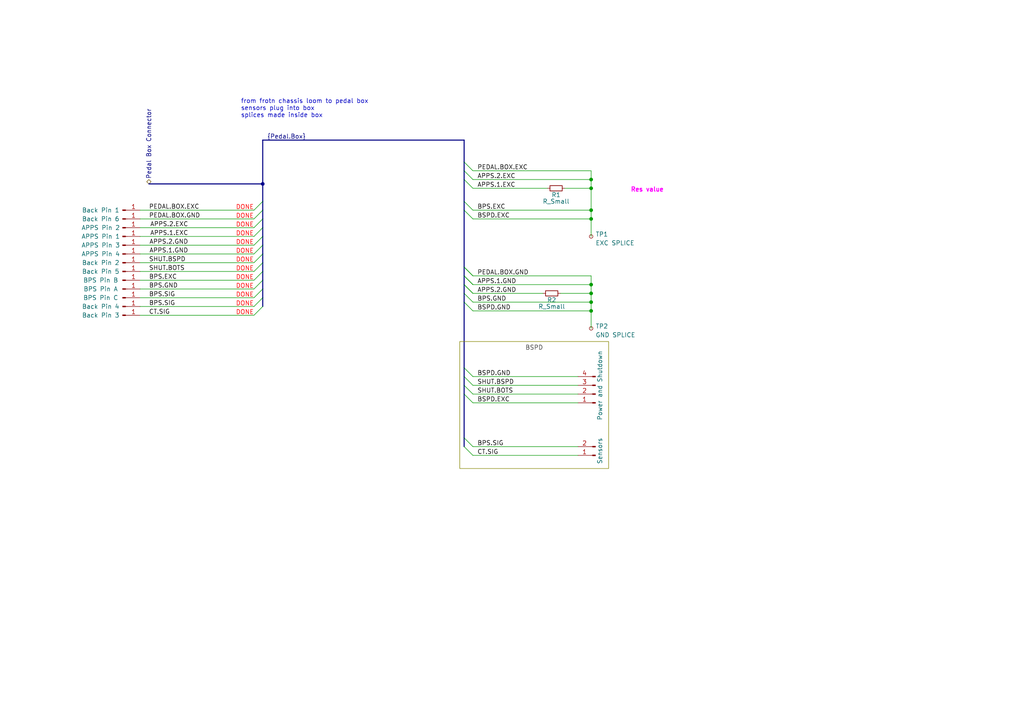
<source format=kicad_sch>
(kicad_sch (version 20230121) (generator eeschema)
  (paper "A4")
  (lib_symbols
    (symbol "Connector:Conn_01x01_Pin" (pin_names (offset 1.016) hide)
      (property "Reference" "J" (at 0 2.54 0))
      (property "Value" "Conn_01x01_Pin" (at 0 -2.54 0))
      (symbol "Conn_01x01_Pin_1_1"
        (polyline (pts (xy 1.27 0) (xy 0.8636 0)) (stroke (width 0.1524)))
        (rectangle (start 0.8636 0.127) (end 0 -0.127) (stroke (width 0.1524)) (fill (type outline)))
        (pin passive line (at 5.08 0 180) (length 3.81) (name "Pin_1") (number "1"))
      )
    )
    (symbol "Connector:Conn_01x02_Pin" (pin_names (offset 1.016) hide)
      (property "Reference" "J" (at 0 2.54 0))
      (property "Value" "Conn_01x02_Pin" (at 0 -5.08 0))
      (symbol "Conn_01x02_Pin_1_1"
        (polyline (pts (xy 1.27 -2.54) (xy 0.8636 -2.54)) (stroke (width 0.1524)))
        (polyline (pts (xy 1.27 0) (xy 0.8636 0)) (stroke (width 0.1524)))
        (rectangle (start 0.8636 -2.413) (end 0 -2.667) (stroke (width 0.1524)) (fill (type outline)))
        (rectangle (start 0.8636 0.127) (end 0 -0.127) (stroke (width 0.1524)) (fill (type outline)))
        (pin passive line (at 5.08 0 180) (length 3.81) (name "Pin_1") (number "1"))
        (pin passive line (at 5.08 -2.54 180) (length 3.81) (name "Pin_2") (number "2"))
      )
    )
    (symbol "Connector:Conn_01x04_Pin" (pin_names (offset 1.016) hide)
      (property "Reference" "J" (at 0 5.08 0))
      (property "Value" "Conn_01x04_Pin" (at 0 -7.62 0))
      (symbol "Conn_01x04_Pin_1_1"
        (polyline (pts (xy 1.27 -5.08) (xy 0.8636 -5.08)) (stroke (width 0.1524)))
        (polyline (pts (xy 1.27 -2.54) (xy 0.8636 -2.54)) (stroke (width 0.1524)))
        (polyline (pts (xy 1.27 0) (xy 0.8636 0)) (stroke (width 0.1524)))
        (polyline (pts (xy 1.27 2.54) (xy 0.8636 2.54)) (stroke (width 0.1524)))
        (rectangle (start 0.8636 -4.953) (end 0 -5.207) (stroke (width 0.1524)) (fill (type outline)))
        (rectangle (start 0.8636 -2.413) (end 0 -2.667) (stroke (width 0.1524)) (fill (type outline)))
        (rectangle (start 0.8636 0.127) (end 0 -0.127) (stroke (width 0.1524)) (fill (type outline)))
        (rectangle (start 0.8636 2.667) (end 0 2.413) (stroke (width 0.1524)) (fill (type outline)))
        (pin passive line (at 5.08 2.54 180) (length 3.81) (name "Pin_1") (number "1"))
        (pin passive line (at 5.08 0 180) (length 3.81) (name "Pin_2") (number "2"))
        (pin passive line (at 5.08 -2.54 180) (length 3.81) (name "Pin_3") (number "3"))
        (pin passive line (at 5.08 -5.08 180) (length 3.81) (name "Pin_4") (number "4"))
      )
    )
    (symbol "Connector:TestPoint_Small" (pin_numbers hide) (pin_names (offset 0.762) hide)
      (property "Reference" "TP" (at 0 3.81 0))
      (property "Value" "TestPoint_Small" (at 0 2.032 0))
      (symbol "TestPoint_Small_0_1"
        (circle (center 0 0) (radius 0.508))
      )
      (symbol "TestPoint_Small_1_1"
        (pin passive line (at 0 0 90) (length 0) (name "1") (number "1"))
      )
    )
    (symbol "Device:R_Small" (pin_numbers hide) (pin_names (offset 0.254) hide)
      (property "Reference" "R" (at 0.762 0.508 0))
      (property "Value" "R_Small" (at 0.762 -1.016 0))
      (symbol "R_Small_0_1"
        (rectangle (start -0.762 1.778) (end 0.762 -1.778) (stroke (width 0.2032)))
      )
      (symbol "R_Small_1_1"
        (pin passive line (at 0 2.54 270) (length 0.762) (name "~") (number "1"))
        (pin passive line (at 0 -2.54 90) (length 0.762) (name "~") (number "2"))
      )
    )
  )
  (junction (at 76.2 53.34))
  (junction (at 171.45 87.63))
  (junction (at 171.45 54.61))
  (junction (at 171.45 90.17))
  (junction (at 171.45 82.55))
  (junction (at 171.45 85.09))
  (junction (at 171.45 60.96))
  (junction (at 171.45 52.07))
  (junction (at 171.45 63.5))
  (bus_entry (at 134.62 49.53) (size 2.54 2.54))
  (bus_entry (at 134.62 46.99) (size 2.54 2.54))
  (bus_entry (at 73.66 66.04) (size 2.54 -2.54))
  (bus_entry (at 134.62 82.55) (size 2.54 2.54))
  (bus_entry (at 73.66 68.58) (size 2.54 -2.54))
  (bus_entry (at 76.2 83.82) (size -2.54 2.54))
  (bus_entry (at 73.66 71.12) (size 2.54 -2.54))
  (bus_entry (at 76.2 60.96) (size -2.54 2.54))
  (bus_entry (at 76.2 81.28) (size -2.54 2.54))
  (bus_entry (at 76.2 73.66) (size -2.54 2.54))
  (bus_entry (at 134.62 87.63) (size 2.54 2.54))
  (bus_entry (at 76.2 88.9) (size -2.54 2.54))
  (bus_entry (at 73.66 73.66) (size 2.54 -2.54))
  (bus_entry (at 134.62 80.01) (size 2.54 2.54))
  (bus_entry (at 134.62 106.68) (size 2.54 2.54))
  (bus_entry (at 134.62 111.76) (size 2.54 2.54))
  (bus_entry (at 134.62 82.55) (size 2.54 2.54))
  (bus_entry (at 76.2 78.74) (size -2.54 2.54))
  (bus_entry (at 76.2 58.42) (size -2.54 2.54))
  (bus_entry (at 134.62 77.47) (size 2.54 2.54))
  (bus_entry (at 134.62 60.96) (size 2.54 2.54))
  (bus_entry (at 134.62 80.01) (size 2.54 2.54))
  (bus_entry (at 134.62 114.3) (size 2.54 2.54))
  (bus_entry (at 76.2 86.36) (size -2.54 2.54))
  (bus_entry (at 134.62 52.07) (size 2.54 2.54))
  (bus_entry (at 134.62 85.09) (size 2.54 2.54))
  (bus_entry (at 134.62 58.42) (size 2.54 2.54))
  (bus_entry (at 134.62 77.47) (size 2.54 2.54))
  (bus_entry (at 76.2 76.2) (size -2.54 2.54))
  (bus_entry (at 134.62 109.22) (size 2.54 2.54))
  (bus_entry (at 134.62 127) (size 2.54 2.54))
  (bus_entry (at 134.62 129.54) (size 2.54 2.54))
  (bus (pts (xy 134.62 40.64) (xy 134.62 46.99)))
  (bus (pts (xy 134.62 114.3) (xy 134.62 111.76)))
  (bus (pts (xy 76.2 40.64) (xy 76.2 53.34)))
  (wire (pts (xy 40.64 86.36) (xy 73.66 86.36)))
  (wire (pts (xy 40.64 76.2) (xy 73.66 76.2)))
  (wire (pts (xy 171.45 87.63) (xy 171.45 90.17)))
  (bus (pts (xy 134.62 58.42) (xy 134.62 60.96)))
  (wire (pts (xy 171.45 49.53) (xy 171.45 52.07)))
  (bus (pts (xy 76.2 83.82) (xy 76.2 86.36)))
  (bus (pts (xy 134.62 106.68) (xy 134.62 109.22)))
  (bus (pts (xy 76.2 66.04) (xy 76.2 68.58)))
  (bus (pts (xy 76.2 53.34) (xy 76.2 58.42)))
  (wire (pts (xy 171.45 85.09) (xy 171.45 87.63)))
  (wire (pts (xy 40.64 71.12) (xy 73.66 71.12)))
  (bus (pts (xy 76.2 73.66) (xy 76.2 76.2)))
  (wire (pts (xy 171.45 52.07) (xy 171.45 54.61)))
  (wire (pts (xy 137.16 132.08) (xy 167.64 132.08)))
  (bus (pts (xy 134.62 127) (xy 134.62 129.54)))
  (bus (pts (xy 134.62 85.09) (xy 134.62 87.63)))
  (bus (pts (xy 134.62 77.47) (xy 134.62 80.01)))
  (wire (pts (xy 171.45 60.96) (xy 171.45 63.5)))
  (wire (pts (xy 137.16 85.09) (xy 157.48 85.09)))
  (bus (pts (xy 76.2 58.42) (xy 76.2 60.96)))
  (bus (pts (xy 76.2 63.5) (xy 76.2 66.04)))
  (wire (pts (xy 137.16 80.01) (xy 171.45 80.01)))
  (wire (pts (xy 40.64 81.28) (xy 73.66 81.28)))
  (wire (pts (xy 171.45 54.61) (xy 171.45 60.96)))
  (wire (pts (xy 40.64 73.66) (xy 73.66 73.66)))
  (bus (pts (xy 76.2 68.58) (xy 76.2 71.12)))
  (bus (pts (xy 76.2 86.36) (xy 76.2 88.9)))
  (bus (pts (xy 134.62 49.53) (xy 134.62 52.07)))
  (wire (pts (xy 40.64 88.9) (xy 73.66 88.9)))
  (wire (pts (xy 171.45 90.17) (xy 171.45 95.25)))
  (wire (pts (xy 137.16 109.22) (xy 167.64 109.22)))
  (wire (pts (xy 162.56 85.09) (xy 171.45 85.09)))
  (bus (pts (xy 43.18 53.34) (xy 76.2 53.34)))
  (wire (pts (xy 40.64 78.74) (xy 73.66 78.74)))
  (wire (pts (xy 163.83 54.61) (xy 171.45 54.61)))
  (bus (pts (xy 76.2 40.64) (xy 134.62 40.64)))
  (bus (pts (xy 134.62 87.63) (xy 134.62 106.68)))
  (wire (pts (xy 40.64 91.44) (xy 73.66 91.44)))
  (bus (pts (xy 134.62 82.55) (xy 134.62 85.09)))
  (wire (pts (xy 137.16 54.61) (xy 158.75 54.61)))
  (bus (pts (xy 134.62 109.22) (xy 134.62 111.76)))
  (wire (pts (xy 40.64 60.96) (xy 73.66 60.96)))
  (bus (pts (xy 76.2 81.28) (xy 76.2 83.82)))
  (wire (pts (xy 137.16 52.07) (xy 171.45 52.07)))
  (bus (pts (xy 76.2 71.12) (xy 76.2 73.66)))
  (wire (pts (xy 171.45 63.5) (xy 171.45 68.58)))
  (bus (pts (xy 76.2 78.74) (xy 76.2 81.28)))
  (wire (pts (xy 137.16 129.54) (xy 167.64 129.54)))
  (wire (pts (xy 40.64 63.5) (xy 73.66 63.5)))
  (bus (pts (xy 134.62 114.3) (xy 134.62 127)))
  (bus (pts (xy 76.2 60.96) (xy 76.2 63.5)))
  (wire (pts (xy 137.16 111.76) (xy 167.64 111.76)))
  (wire (pts (xy 40.64 83.82) (xy 73.66 83.82)))
  (wire (pts (xy 137.16 114.3) (xy 167.64 114.3)))
  (wire (pts (xy 137.16 60.96) (xy 171.45 60.96)))
  (wire (pts (xy 137.16 90.17) (xy 171.45 90.17)))
  (wire (pts (xy 40.64 66.04) (xy 73.66 66.04)))
  (wire (pts (xy 40.64 68.58) (xy 73.66 68.58)))
  (bus (pts (xy 134.62 60.96) (xy 134.62 77.47)))
  (bus (pts (xy 134.62 46.99) (xy 134.62 49.53)))
  (bus (pts (xy 76.2 76.2) (xy 76.2 78.74)))
  (wire (pts (xy 171.45 82.55) (xy 171.45 85.09)))
  (wire (pts (xy 137.16 87.63) (xy 171.45 87.63)))
  (wire (pts (xy 137.16 63.5) (xy 171.45 63.5)))
  (wire (pts (xy 137.16 116.84) (xy 167.64 116.84)))
  (wire (pts (xy 137.16 82.55) (xy 171.45 82.55)))
  (bus (pts (xy 134.62 80.01) (xy 134.62 82.55)))
  (bus (pts (xy 134.62 52.07) (xy 134.62 58.42)))
  (wire (pts (xy 137.16 49.53) (xy 171.45 49.53)))
  (wire (pts (xy 171.45 80.01) (xy 171.45 82.55)))
  (text_box "BSPD" (at 133.35 99.06 0) (size 43.18 36.83) (stroke (width 0) (color 132 132 0 1)) (effects (font (size 1.27 1.27)) (justify top)))
  (text "DONE" (at 73.66 63.5 0) (effects (font (size 1.27 1.27)) (justify right bottom)))
  (text "DONE" (at 73.66 66.04 0) (effects (font (size 1.27 1.27)) (justify right bottom)))
  (text "Res value" (at 182.88 55.88 0) (effects (font (size 1.27 1.27) (thickness 0.254) bold) (justify left bottom)))
  (text "DONE" (at 73.66 60.96 0) (effects (font (size 1.27 1.27)) (justify right bottom)))
  (text "DONE" (at 73.66 86.36 0) (effects (font (size 1.27 1.27)) (justify right bottom)))
  (text "DONE" (at 73.66 78.74 0) (effects (font (size 1.27 1.27)) (justify right bottom)))
  (text "DONE" (at 73.66 76.2 0) (effects (font (size 1.27 1.27)) (justify right bottom)))
  (text "DONE" (at 73.66 71.12 0) (effects (font (size 1.27 1.27)) (justify right bottom)))
  (text "from frotn chassis loom to pedal box\nsensors plug into box\nsplices made inside box\n" (at 69.85 34.29 0) (effects (font (size 1.27 1.27)) (justify left bottom)))
  (text "DONE" (at 73.66 81.28 0) (effects (font (size 1.27 1.27)) (justify right bottom)))
  (text "DONE" (at 73.66 73.66 0) (effects (font (size 1.27 1.27)) (justify right bottom)))
  (text "DONE" (at 73.66 88.9 0) (effects (font (size 1.27 1.27)) (justify right bottom)))
  (text "DONE" (at 73.66 83.82 0) (effects (font (size 1.27 1.27)) (justify right bottom)))
  (text "DONE" (at 73.66 68.58 0) (effects (font (size 1.27 1.27)) (justify right bottom)))
  (text "DONE" (at 73.66 91.44 0) (effects (font (size 1.27 1.27)) (justify right bottom)))
  (label "PEDAL.BOX.EXC" (at 43.18 60.96 0))
  (label "BPS.EXC" (at 138.43 60.96 0))
  (label "SHUT.BOTS" (at 138.43 114.3 0))
  (label "BPS.GND" (at 43.18 83.82 0))
  (label "BSPD.GND" (at 138.43 90.17 0))
  (label "BSPD.EXC" (at 138.43 116.84 0))
  (label "PEDAL.BOX.GND" (at 43.18 63.5 0))
  (label "APPS.2.EXC" (at 138.43 52.07 0))
  (label "PEDAL.BOX.GND" (at 138.43 80.01 0))
  (label "SHUT.BSPD" (at 138.43 111.76 0))
  (label "APPS.2.GND" (at 138.43 85.09 0))
  (label "APPS.2.GND" (at 54.61 71.12 180))
  (label "APPS.1.GND" (at 54.61 73.66 180))
  (label "{Pedal.Box}" (at 77.47 40.64 0))
  (label "APPS.1.GND" (at 138.43 82.55 0))
  (label "CT.SIG" (at 43.18 91.44 0))
  (label "BPS.SIG" (at 43.18 86.36 0))
  (label "BPS.SIG" (at 138.43 129.54 0))
  (label "SHUT.BSPD" (at 43.18 76.2 0))
  (label "BPS.EXC" (at 43.18 81.28 0))
  (label "APPS.1.EXC" (at 54.61 68.58 180))
  (label "BPS.GND" (at 138.43 87.63 0))
  (label "APPS.1.EXC" (at 138.43 54.61 0))
  (label "BSPD.GND" (at 138.43 109.22 0))
  (label "PEDAL.BOX.EXC" (at 138.43 49.53 0))
  (label "SHUT.BOTS" (at 43.18 78.74 0))
  (label "CT.SIG" (at 138.43 132.08 0))
  (label "APPS.2.EXC" (at 54.61 66.04 180))
  (label "BSPD.EXC" (at 138.43 63.5 0))
  (label "BPS.SIG" (at 43.18 88.9 0))
  (hierarchical_label "Pedal Box Connector" (shape bidirectional) (at 43.18 53.34 90))
  (symbol (lib_id "Connector:Conn_01x01_Pin") (at 35.56 83.82 0) (unit 1)
    (property "Reference" "J90" (effects hide))
    (property "Value" "BPS Pin A" (at 29.21 83.82 0))
    (instances (project "Loom" (path "" (reference "J90") (unit 1)) (path "" (reference "J128") (unit 1))))
  )
  (symbol (lib_id "Connector:Conn_01x01_Pin") (at 35.56 66.04 0) (unit 1)
    (property "Reference" "J90" (effects hide))
    (property "Value" "APPS Pin 2" (at 29.21 66.04 0))
    (instances (project "Loom" (path "" (reference "J90") (unit 1)) (path "" (reference "J135") (unit 1))))
  )
  (symbol (lib_id "Connector:Conn_01x01_Pin") (at 35.56 88.9 0) (unit 1)
    (property "Reference" "J90" (effects hide))
    (property "Value" "Back Pin 4" (at 29.21 88.9 0))
    (instances (project "Loom" (path "" (reference "J90") (unit 1)) (path "" (reference "J141") (unit 1))))
  )
  (symbol (lib_id "Connector:Conn_01x01_Pin") (at 35.56 91.44 0) (unit 1)
    (property "Reference" "J90" (effects hide))
    (property "Value" "Back Pin 3" (at 29.21 91.44 0))
    (instances (project "Loom" (path "" (reference "J90") (unit 1)) (path "" (reference "J142") (unit 1))))
  )
  (symbol (lib_id "Connector:TestPoint_Small") (at 171.45 68.58 0) (unit 1)
    (property "Reference" "TP1" (at 172.72 67.945 0) (effects (justify left)))
    (property "Value" "EXC SPLICE" (at 172.72 70.485 0) (effects (justify left)))
  )
  (symbol (lib_id "Device:R_Small") (at 160.02 85.09 90) (unit 1)
    (property "Reference" "R2" (at 160.02 86.995 90))
    (property "Value" "R_Small" (at 160.02 88.9 90))
    (instances (project "Loom" (path "" (reference "R2") (unit 1))) (project "wiring" (path "" (reference "R1") (unit 1))))
  )
  (symbol (lib_id "Connector:Conn_01x01_Pin") (at 35.56 78.74 0) (unit 1)
    (property "Reference" "J90" (effects hide))
    (property "Value" "Back Pin 5" (at 29.21 78.74 0))
    (instances (project "Loom" (path "" (reference "J90") (unit 1)) (path "" (reference "J140") (unit 1))))
  )
  (symbol (lib_id "Connector:Conn_01x01_Pin") (at 35.56 71.12 0) (unit 1)
    (property "Reference" "J90" (effects hide))
    (property "Value" "APPS Pin 3" (at 29.21 71.12 0))
    (instances (project "Loom" (path "" (reference "J90") (unit 1)) (path "" (reference "J137") (unit 1))))
  )
  (symbol (lib_id "Connector:Conn_01x01_Pin") (at 35.56 60.96 0) (unit 1)
    (property "Reference" "J90" (effects hide))
    (property "Value" "Back Pin 1" (at 29.21 60.96 0))
    (instances (project "Loom" (path "" (reference "J90") (unit 1)) (path "" (reference "J133") (unit 1))))
  )
  (symbol (lib_id "Connector:Conn_01x02_Pin") (at 172.72 132.08 180) (unit 1)
    (property "Reference" "J54" (effects hide))
    (property "Value" "Sensors" (at 173.99 134.62 90) (effects (justify right)))
  )
  (symbol (lib_id "Connector:TestPoint_Small") (at 171.45 95.25 0) (unit 1)
    (property "Reference" "TP2" (at 172.72 94.615 0) (effects (justify left)))
    (property "Value" "GND SPLICE" (at 172.72 97.155 0) (effects (justify left)))
  )
  (symbol (lib_id "Connector:Conn_01x01_Pin") (at 35.56 68.58 0) (unit 1)
    (property "Reference" "J90" (effects hide))
    (property "Value" "APPS Pin 1" (at 29.21 68.58 0))
    (instances (project "Loom" (path "" (reference "J90") (unit 1)) (path "" (reference "J136") (unit 1))))
  )
  (symbol (lib_id "Connector:Conn_01x01_Pin") (at 35.56 81.28 0) (unit 1)
    (property "Reference" "J90" (effects hide))
    (property "Value" "BPS Pin B" (at 29.21 81.28 0))
    (instances (project "Loom" (path "" (reference "J90") (unit 1)) (path "" (reference "J52") (unit 1))))
  )
  (symbol (lib_id "Connector:Conn_01x01_Pin") (at 35.56 86.36 0) (unit 1)
    (property "Reference" "J90" (effects hide))
    (property "Value" "BPS Pin C" (at 29.21 86.36 0))
    (instances (project "Loom" (path "" (reference "J90") (unit 1)) (path "" (reference "J132") (unit 1))))
  )
  (symbol (lib_id "Connector:Conn_01x01_Pin") (at 35.56 73.66 0) (unit 1)
    (property "Reference" "J90" (effects hide))
    (property "Value" "APPS Pin 4" (at 29.21 73.66 0))
    (instances (project "Loom" (path "" (reference "J90") (unit 1)) (path "" (reference "J138") (unit 1))))
  )
  (symbol (lib_id "Connector:Conn_01x04_Pin") (at 172.72 114.3 180) (unit 1)
    (property "Reference" "J53" (effects hide))
    (property "Value" "Power and Shutdown" (at 173.99 121.92 90) (effects (justify right)))
  )
  (symbol (lib_id "Connector:Conn_01x01_Pin") (at 35.56 63.5 0) (unit 1)
    (property "Reference" "J90" (effects hide))
    (property "Value" "Back Pin 6" (at 29.21 63.5 0))
    (instances (project "Loom" (path "" (reference "J90") (unit 1)) (path "" (reference "J134") (unit 1))))
  )
  (symbol (lib_id "Device:R_Small") (at 161.29 54.61 90) (unit 1)
    (property "Reference" "R1" (at 161.29 56.515 90))
    (property "Value" "R_Small" (at 161.29 58.42 90))
  )
  (symbol (lib_id "Connector:Conn_01x01_Pin") (at 35.56 76.2 0) (unit 1)
    (property "Reference" "J90" (effects hide))
    (property "Value" "Back Pin 2" (at 29.21 76.2 0))
    (instances (project "Loom" (path "" (reference "J90") (unit 1)) (path "" (reference "J139") (unit 1))))
  )
)
</source>
